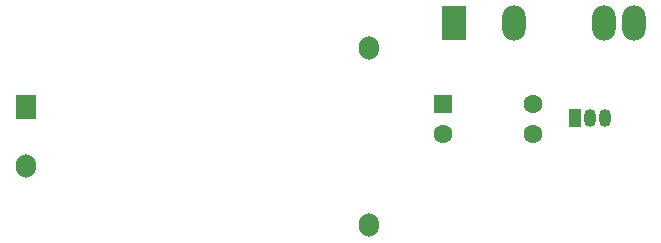
<source format=gbr>
%TF.GenerationSoftware,KiCad,Pcbnew,9.0.0*%
%TF.CreationDate,2025-04-29T10:42:49+05:30*%
%TF.ProjectId,Smart Water Heater Control,536d6172-7420-4576-9174-657220486561,rev?*%
%TF.SameCoordinates,Original*%
%TF.FileFunction,Soldermask,Bot*%
%TF.FilePolarity,Negative*%
%FSLAX46Y46*%
G04 Gerber Fmt 4.6, Leading zero omitted, Abs format (unit mm)*
G04 Created by KiCad (PCBNEW 9.0.0) date 2025-04-29 10:42:49*
%MOMM*%
%LPD*%
G01*
G04 APERTURE LIST*
G04 Aperture macros list*
%AMRoundRect*
0 Rectangle with rounded corners*
0 $1 Rounding radius*
0 $2 $3 $4 $5 $6 $7 $8 $9 X,Y pos of 4 corners*
0 Add a 4 corners polygon primitive as box body*
4,1,4,$2,$3,$4,$5,$6,$7,$8,$9,$2,$3,0*
0 Add four circle primitives for the rounded corners*
1,1,$1+$1,$2,$3*
1,1,$1+$1,$4,$5*
1,1,$1+$1,$6,$7*
1,1,$1+$1,$8,$9*
0 Add four rect primitives between the rounded corners*
20,1,$1+$1,$2,$3,$4,$5,0*
20,1,$1+$1,$4,$5,$6,$7,0*
20,1,$1+$1,$6,$7,$8,$9,0*
20,1,$1+$1,$8,$9,$2,$3,0*%
G04 Aperture macros list end*
%ADD10R,2.000000X3.000000*%
%ADD11O,2.000000X3.000000*%
%ADD12R,1.700000X2.000000*%
%ADD13O,1.700000X2.000000*%
%ADD14R,1.050000X1.500000*%
%ADD15O,1.050000X1.500000*%
%ADD16RoundRect,0.250000X-0.550000X-0.550000X0.550000X-0.550000X0.550000X0.550000X-0.550000X0.550000X0*%
%ADD17C,1.600000*%
G04 APERTURE END LIST*
D10*
%TO.C,U4*%
X117865000Y-132760000D03*
D11*
X122945000Y-132760000D03*
X130565000Y-132760000D03*
X133105000Y-132760000D03*
%TD*%
D12*
%TO.C,PS1*%
X81620000Y-139895000D03*
D13*
X81620000Y-144895000D03*
X110700000Y-134895000D03*
X110700000Y-149895000D03*
%TD*%
D14*
%TO.C,U1*%
X128105000Y-140790000D03*
D15*
X129375000Y-140790000D03*
X130645000Y-140790000D03*
%TD*%
D16*
%TO.C,U2*%
X116925000Y-139580000D03*
D17*
X116925000Y-142120000D03*
X124545000Y-142120000D03*
X124545000Y-139580000D03*
%TD*%
M02*

</source>
